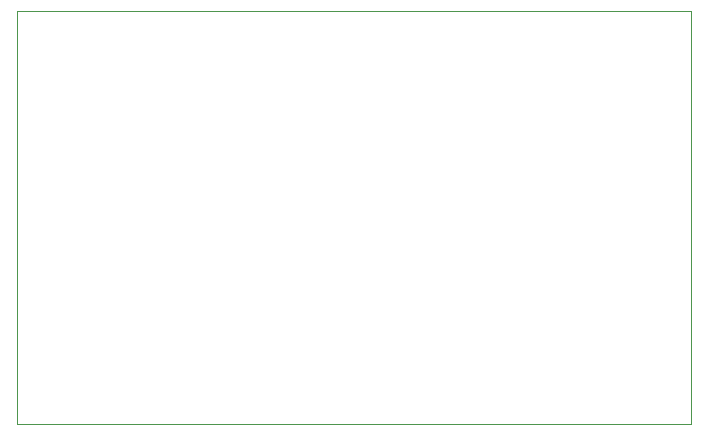
<source format=gm1>
G04 Layer_Color=16711935*
%FSAX23Y23*%
%MOIN*%
G70*
G01*
G75*
%ADD68C,0.004*%
D68*
Y01378D02*
X02244D01*
Y00000D02*
Y01378D01*
X00000Y00000D02*
X02244D01*
X00000D02*
Y01378D01*
M02*

</source>
